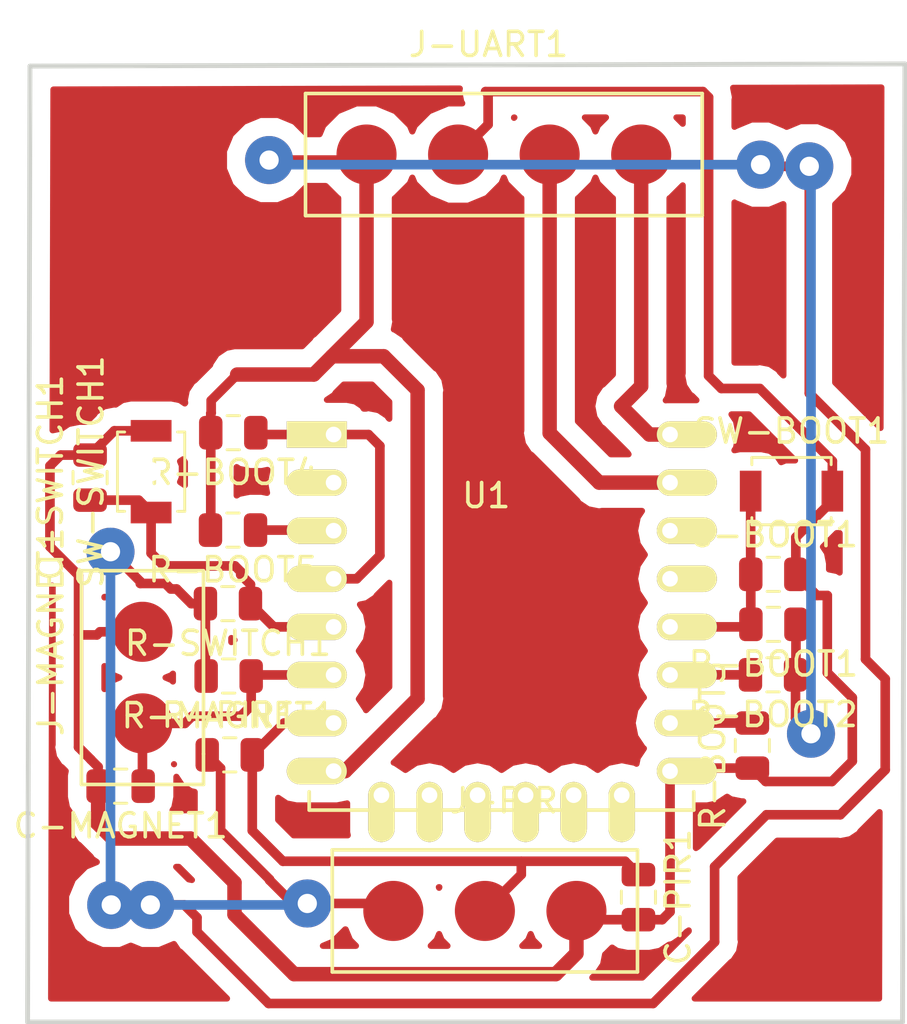
<source format=kicad_pcb>
(kicad_pcb (version 20171130) (host pcbnew 5.0.1)

  (general
    (thickness 1.6)
    (drawings 4)
    (tracks 179)
    (zones 0)
    (modules 18)
    (nets 22)
  )

  (page User 150.012 150.012)
  (title_block
    (title "Door IoT Module Main Circuit")
    (date 2019-10-29)
    (company "SafeVisionID by Wira ST MT")
  )

  (layers
    (0 F.Cu signal)
    (31 B.Cu signal)
    (32 B.Adhes user hide)
    (33 F.Adhes user hide)
    (34 B.Paste user hide)
    (35 F.Paste user hide)
    (36 B.SilkS user)
    (37 F.SilkS user)
    (38 B.Mask user hide)
    (39 F.Mask user hide)
    (40 Dwgs.User user hide)
    (41 Cmts.User user hide)
    (42 Eco1.User user hide)
    (43 Eco2.User user hide)
    (44 Edge.Cuts user)
    (45 Margin user hide)
    (46 B.CrtYd user hide)
    (47 F.CrtYd user hide)
    (48 B.Fab user)
    (49 F.Fab user)
  )

  (setup
    (last_trace_width 0.25)
    (user_trace_width 0.4)
    (user_trace_width 0.6)
    (user_trace_width 0.8)
    (user_trace_width 1.2)
    (user_trace_width 1.6)
    (user_trace_width 2)
    (trace_clearance 0.2)
    (zone_clearance 0.508)
    (zone_45_only no)
    (trace_min 0.2)
    (segment_width 0.2)
    (edge_width 0.15)
    (via_size 2)
    (via_drill 0.8)
    (via_min_size 0.4)
    (via_min_drill 0.3)
    (uvia_size 0.3)
    (uvia_drill 0.1)
    (uvias_allowed no)
    (uvia_min_size 0.2)
    (uvia_min_drill 0.1)
    (pcb_text_width 0.3)
    (pcb_text_size 1.5 1.5)
    (mod_edge_width 0.15)
    (mod_text_size 1 1)
    (mod_text_width 0.15)
    (pad_size 1.524 1.524)
    (pad_drill 0.762)
    (pad_to_mask_clearance 0.051)
    (solder_mask_min_width 0.25)
    (aux_axis_origin 0 0)
    (visible_elements FFFFEFFF)
    (pcbplotparams
      (layerselection 0x010fc_ffffffff)
      (usegerberextensions false)
      (usegerberattributes false)
      (usegerberadvancedattributes false)
      (creategerberjobfile false)
      (excludeedgelayer true)
      (linewidth 0.100000)
      (plotframeref false)
      (viasonmask false)
      (mode 1)
      (useauxorigin false)
      (hpglpennumber 1)
      (hpglpenspeed 20)
      (hpglpendiameter 15.000000)
      (psnegative false)
      (psa4output false)
      (plotreference true)
      (plotvalue true)
      (plotinvisibletext false)
      (padsonsilk false)
      (subtractmaskfromsilk false)
      (outputformat 1)
      (mirror false)
      (drillshape 1)
      (scaleselection 1)
      (outputdirectory ""))
  )

  (net 0 "")
  (net 1 /GPIO_0)
  (net 2 GND)
  (net 3 /GPIO_12)
  (net 4 VDD)
  (net 5 /GPIO_13)
  (net 6 /RX)
  (net 7 /TX)
  (net 8 "Net-(R-BOOT2-Pad2)")
  (net 9 "Net-(R-BOOT3-Pad2)")
  (net 10 /nRST)
  (net 11 "Net-(R-BOOT5-Pad1)")
  (net 12 "Net-(U1-Pad2)")
  (net 13 "Net-(U1-Pad13)")
  (net 14 "Net-(U1-Pad14)")
  (net 15 "Net-(U1-Pad17)")
  (net 16 "Net-(U1-Pad18)")
  (net 17 "Net-(U1-Pad19)")
  (net 18 "Net-(U1-Pad20)")
  (net 19 "Net-(U1-Pad21)")
  (net 20 "Net-(U1-Pad22)")
  (net 21 /GPIO_14)

  (net_class Default "This is the default net class."
    (clearance 0.2)
    (trace_width 0.25)
    (via_dia 2)
    (via_drill 0.8)
    (uvia_dia 0.3)
    (uvia_drill 0.1)
    (add_net /GPIO_0)
    (add_net /GPIO_12)
    (add_net /GPIO_13)
    (add_net /GPIO_14)
    (add_net /RX)
    (add_net /TX)
    (add_net /nRST)
    (add_net GND)
    (add_net "Net-(R-BOOT2-Pad2)")
    (add_net "Net-(R-BOOT3-Pad2)")
    (add_net "Net-(R-BOOT5-Pad1)")
    (add_net "Net-(U1-Pad13)")
    (add_net "Net-(U1-Pad14)")
    (add_net "Net-(U1-Pad17)")
    (add_net "Net-(U1-Pad18)")
    (add_net "Net-(U1-Pad19)")
    (add_net "Net-(U1-Pad2)")
    (add_net "Net-(U1-Pad20)")
    (add_net "Net-(U1-Pad21)")
    (add_net "Net-(U1-Pad22)")
    (add_net VDD)
  )

  (module Capacitor_SMD:C_0805_2012Metric (layer F.Cu) (tedit 5B36C52B) (tstamp 5DCBC530)
    (at 87.4025 58.055)
    (descr "Capacitor SMD 0805 (2012 Metric), square (rectangular) end terminal, IPC_7351 nominal, (Body size source: https://docs.google.com/spreadsheets/d/1BsfQQcO9C6DZCsRaXUlFlo91Tg2WpOkGARC1WS5S8t0/edit?usp=sharing), generated with kicad-footprint-generator")
    (tags capacitor)
    (path /5DB34DDB)
    (attr smd)
    (fp_text reference C-BOOT1 (at 0 -1.65) (layer F.SilkS)
      (effects (font (size 1 1) (thickness 0.15)))
    )
    (fp_text value C (at 0 1.65) (layer F.Fab)
      (effects (font (size 1 1) (thickness 0.15)))
    )
    (fp_line (start -1 0.6) (end -1 -0.6) (layer F.Fab) (width 0.1))
    (fp_line (start -1 -0.6) (end 1 -0.6) (layer F.Fab) (width 0.1))
    (fp_line (start 1 -0.6) (end 1 0.6) (layer F.Fab) (width 0.1))
    (fp_line (start 1 0.6) (end -1 0.6) (layer F.Fab) (width 0.1))
    (fp_line (start -0.258578 -0.71) (end 0.258578 -0.71) (layer F.SilkS) (width 0.12))
    (fp_line (start -0.258578 0.71) (end 0.258578 0.71) (layer F.SilkS) (width 0.12))
    (fp_line (start -1.68 0.95) (end -1.68 -0.95) (layer F.CrtYd) (width 0.05))
    (fp_line (start -1.68 -0.95) (end 1.68 -0.95) (layer F.CrtYd) (width 0.05))
    (fp_line (start 1.68 -0.95) (end 1.68 0.95) (layer F.CrtYd) (width 0.05))
    (fp_line (start 1.68 0.95) (end -1.68 0.95) (layer F.CrtYd) (width 0.05))
    (fp_text user %R (at 0 0) (layer F.Fab)
      (effects (font (size 0.5 0.5) (thickness 0.08)))
    )
    (pad 1 smd roundrect (at -0.9375 0) (size 0.975 1.4) (layers F.Cu F.Paste F.Mask) (roundrect_rratio 0.25)
      (net 1 /GPIO_0))
    (pad 2 smd roundrect (at 0.9375 0) (size 0.975 1.4) (layers F.Cu F.Paste F.Mask) (roundrect_rratio 0.25)
      (net 2 GND))
    (model ${KISYS3DMOD}/Capacitor_SMD.3dshapes/C_0805_2012Metric.wrl
      (at (xyz 0 0 0))
      (scale (xyz 1 1 1))
      (rotate (xyz 0 0 0))
    )
  )

  (module Capacitor_SMD:C_0805_2012Metric (layer F.Cu) (tedit 5B36C52B) (tstamp 5DCBC541)
    (at 60.2425 66.865 180)
    (descr "Capacitor SMD 0805 (2012 Metric), square (rectangular) end terminal, IPC_7351 nominal, (Body size source: https://docs.google.com/spreadsheets/d/1BsfQQcO9C6DZCsRaXUlFlo91Tg2WpOkGARC1WS5S8t0/edit?usp=sharing), generated with kicad-footprint-generator")
    (tags capacitor)
    (path /5DB45312)
    (attr smd)
    (fp_text reference C-MAGNET1 (at 0 -1.65 180) (layer F.SilkS)
      (effects (font (size 1 1) (thickness 0.15)))
    )
    (fp_text value C (at 0 1.65 180) (layer F.Fab)
      (effects (font (size 1 1) (thickness 0.15)))
    )
    (fp_line (start -1 0.6) (end -1 -0.6) (layer F.Fab) (width 0.1))
    (fp_line (start -1 -0.6) (end 1 -0.6) (layer F.Fab) (width 0.1))
    (fp_line (start 1 -0.6) (end 1 0.6) (layer F.Fab) (width 0.1))
    (fp_line (start 1 0.6) (end -1 0.6) (layer F.Fab) (width 0.1))
    (fp_line (start -0.258578 -0.71) (end 0.258578 -0.71) (layer F.SilkS) (width 0.12))
    (fp_line (start -0.258578 0.71) (end 0.258578 0.71) (layer F.SilkS) (width 0.12))
    (fp_line (start -1.68 0.95) (end -1.68 -0.95) (layer F.CrtYd) (width 0.05))
    (fp_line (start -1.68 -0.95) (end 1.68 -0.95) (layer F.CrtYd) (width 0.05))
    (fp_line (start 1.68 -0.95) (end 1.68 0.95) (layer F.CrtYd) (width 0.05))
    (fp_line (start 1.68 0.95) (end -1.68 0.95) (layer F.CrtYd) (width 0.05))
    (fp_text user %R (at 0 0 180) (layer F.Fab)
      (effects (font (size 0.5 0.5) (thickness 0.08)))
    )
    (pad 1 smd roundrect (at -0.9375 0 180) (size 0.975 1.4) (layers F.Cu F.Paste F.Mask) (roundrect_rratio 0.25)
      (net 3 /GPIO_12))
    (pad 2 smd roundrect (at 0.9375 0 180) (size 0.975 1.4) (layers F.Cu F.Paste F.Mask) (roundrect_rratio 0.25)
      (net 2 GND))
    (model ${KISYS3DMOD}/Capacitor_SMD.3dshapes/C_0805_2012Metric.wrl
      (at (xyz 0 0 0))
      (scale (xyz 1 1 1))
      (rotate (xyz 0 0 0))
    )
  )

  (module Capacitor_SMD:C_0805_2012Metric (layer F.Cu) (tedit 5B36C52B) (tstamp 5DCBC552)
    (at 81.79 71.4825 270)
    (descr "Capacitor SMD 0805 (2012 Metric), square (rectangular) end terminal, IPC_7351 nominal, (Body size source: https://docs.google.com/spreadsheets/d/1BsfQQcO9C6DZCsRaXUlFlo91Tg2WpOkGARC1WS5S8t0/edit?usp=sharing), generated with kicad-footprint-generator")
    (tags capacitor)
    (path /5DB4523C)
    (attr smd)
    (fp_text reference C-PIR1 (at 0 -1.65 270) (layer F.SilkS)
      (effects (font (size 1 1) (thickness 0.15)))
    )
    (fp_text value C (at 0 1.65 270) (layer F.Fab)
      (effects (font (size 1 1) (thickness 0.15)))
    )
    (fp_text user %R (at 0 0 270) (layer F.Fab)
      (effects (font (size 0.5 0.5) (thickness 0.08)))
    )
    (fp_line (start 1.68 0.95) (end -1.68 0.95) (layer F.CrtYd) (width 0.05))
    (fp_line (start 1.68 -0.95) (end 1.68 0.95) (layer F.CrtYd) (width 0.05))
    (fp_line (start -1.68 -0.95) (end 1.68 -0.95) (layer F.CrtYd) (width 0.05))
    (fp_line (start -1.68 0.95) (end -1.68 -0.95) (layer F.CrtYd) (width 0.05))
    (fp_line (start -0.258578 0.71) (end 0.258578 0.71) (layer F.SilkS) (width 0.12))
    (fp_line (start -0.258578 -0.71) (end 0.258578 -0.71) (layer F.SilkS) (width 0.12))
    (fp_line (start 1 0.6) (end -1 0.6) (layer F.Fab) (width 0.1))
    (fp_line (start 1 -0.6) (end 1 0.6) (layer F.Fab) (width 0.1))
    (fp_line (start -1 -0.6) (end 1 -0.6) (layer F.Fab) (width 0.1))
    (fp_line (start -1 0.6) (end -1 -0.6) (layer F.Fab) (width 0.1))
    (pad 2 smd roundrect (at 0.9375 0 270) (size 0.975 1.4) (layers F.Cu F.Paste F.Mask) (roundrect_rratio 0.25)
      (net 2 GND))
    (pad 1 smd roundrect (at -0.9375 0 270) (size 0.975 1.4) (layers F.Cu F.Paste F.Mask) (roundrect_rratio 0.25)
      (net 5 /GPIO_13))
    (model ${KISYS3DMOD}/Capacitor_SMD.3dshapes/C_0805_2012Metric.wrl
      (at (xyz 0 0 0))
      (scale (xyz 1 1 1))
      (rotate (xyz 0 0 0))
    )
  )

  (module Capacitor_SMD:C_0805_2012Metric (layer F.Cu) (tedit 5B36C52B) (tstamp 5DCBC563)
    (at 58.97 54.0325 90)
    (descr "Capacitor SMD 0805 (2012 Metric), square (rectangular) end terminal, IPC_7351 nominal, (Body size source: https://docs.google.com/spreadsheets/d/1BsfQQcO9C6DZCsRaXUlFlo91Tg2WpOkGARC1WS5S8t0/edit?usp=sharing), generated with kicad-footprint-generator")
    (tags capacitor)
    (path /5DB3959C)
    (attr smd)
    (fp_text reference C-SWITCH1 (at 0 -1.65 90) (layer F.SilkS)
      (effects (font (size 1 1) (thickness 0.15)))
    )
    (fp_text value C (at 0 1.65 90) (layer F.Fab)
      (effects (font (size 1 1) (thickness 0.15)))
    )
    (fp_text user %R (at 0 0 90) (layer F.Fab)
      (effects (font (size 0.5 0.5) (thickness 0.08)))
    )
    (fp_line (start 1.68 0.95) (end -1.68 0.95) (layer F.CrtYd) (width 0.05))
    (fp_line (start 1.68 -0.95) (end 1.68 0.95) (layer F.CrtYd) (width 0.05))
    (fp_line (start -1.68 -0.95) (end 1.68 -0.95) (layer F.CrtYd) (width 0.05))
    (fp_line (start -1.68 0.95) (end -1.68 -0.95) (layer F.CrtYd) (width 0.05))
    (fp_line (start -0.258578 0.71) (end 0.258578 0.71) (layer F.SilkS) (width 0.12))
    (fp_line (start -0.258578 -0.71) (end 0.258578 -0.71) (layer F.SilkS) (width 0.12))
    (fp_line (start 1 0.6) (end -1 0.6) (layer F.Fab) (width 0.1))
    (fp_line (start 1 -0.6) (end 1 0.6) (layer F.Fab) (width 0.1))
    (fp_line (start -1 -0.6) (end 1 -0.6) (layer F.Fab) (width 0.1))
    (fp_line (start -1 0.6) (end -1 -0.6) (layer F.Fab) (width 0.1))
    (pad 2 smd roundrect (at 0.9375 0 90) (size 0.975 1.4) (layers F.Cu F.Paste F.Mask) (roundrect_rratio 0.25)
      (net 2 GND))
    (pad 1 smd roundrect (at -0.9375 0 90) (size 0.975 1.4) (layers F.Cu F.Paste F.Mask) (roundrect_rratio 0.25)
      (net 21 /GPIO_14))
    (model ${KISYS3DMOD}/Capacitor_SMD.3dshapes/C_0805_2012Metric.wrl
      (at (xyz 0 0 0))
      (scale (xyz 1 1 1))
      (rotate (xyz 0 0 0))
    )
  )

  (module solder_pads:solderpads_1x2 (layer F.Cu) (tedit 5DB349E7) (tstamp 5DCBC56F)
    (at 56.07 61.715 90)
    (path /5DB3A58C)
    (attr smd)
    (fp_text reference J-MAGNET1 (at 1.27 1.27 90) (layer F.SilkS)
      (effects (font (size 1 1) (thickness 0.15)))
    )
    (fp_text value Conn_01x02_Male (at 0 0 90) (layer F.Fab)
      (effects (font (size 1 1) (thickness 0.15)))
    )
    (fp_line (start -3.81 2.54) (end 3.81 2.54) (layer F.SilkS) (width 0.15))
    (fp_line (start 3.81 2.54) (end 3.81 7.62) (layer F.SilkS) (width 0.15))
    (fp_line (start 3.81 7.62) (end -3.81 7.62) (layer F.SilkS) (width 0.15))
    (fp_line (start -3.81 7.62) (end -5.08 7.62) (layer F.SilkS) (width 0.15))
    (fp_line (start -5.08 7.62) (end -5.08 2.54) (layer F.SilkS) (width 0.15))
    (fp_line (start -5.08 2.54) (end -3.81 2.54) (layer F.SilkS) (width 0.15))
    (pad 1 smd circle (at -2.54 5.08 90) (size 2.5 2.5) (layers F.Cu F.Paste F.Mask)
      (net 3 /GPIO_12))
    (pad 2 smd circle (at 1.27 5.08 90) (size 2.5 2.5) (layers F.Cu F.Paste F.Mask)
      (net 2 GND))
  )

  (module solder_pads:solderpads_1x3 (layer F.Cu) (tedit 5DB34A38) (tstamp 5DCBC57B)
    (at 76.67 66.975)
    (path /5DB3E48F)
    (fp_text reference J-PIR1 (at 0 0.5) (layer F.SilkS)
      (effects (font (size 1 1) (thickness 0.15)))
    )
    (fp_text value Conn_01x03_Male (at 0 -0.5) (layer F.Fab)
      (effects (font (size 1 1) (thickness 0.15)))
    )
    (fp_line (start -6.35 2.54) (end 5.08 2.54) (layer F.SilkS) (width 0.15))
    (fp_line (start 5.08 2.54) (end 5.08 7.62) (layer F.SilkS) (width 0.15))
    (fp_line (start 5.08 7.62) (end -7.62 7.62) (layer F.SilkS) (width 0.15))
    (fp_line (start -7.62 7.62) (end -7.62 2.54) (layer F.SilkS) (width 0.15))
    (fp_line (start -7.62 2.54) (end -6.35 2.54) (layer F.SilkS) (width 0.15))
    (pad 1 smd circle (at -5.08 5.08) (size 2.5 2.5) (layers F.Cu F.Paste F.Mask)
      (net 4 VDD))
    (pad 2 smd circle (at -1.27 5.08) (size 2.5 2.5) (layers F.Cu F.Paste F.Mask)
      (net 5 /GPIO_13))
    (pad 3 smd circle (at 2.54 5.08) (size 2.5 2.5) (layers F.Cu F.Paste F.Mask)
      (net 2 GND))
  )

  (module solder_pads:solderpads_1x4 (layer F.Cu) (tedit 5DB34A6B) (tstamp 5DCBC587)
    (at 75.555 35.515)
    (path /5DB364CA)
    (fp_text reference J-UART1 (at 0 0.5) (layer F.SilkS)
      (effects (font (size 1 1) (thickness 0.15)))
    )
    (fp_text value Conn_01x04_Male (at 0 -0.5) (layer F.Fab)
      (effects (font (size 1 1) (thickness 0.15)))
    )
    (fp_line (start -7.62 2.54) (end 8.89 2.54) (layer F.SilkS) (width 0.15))
    (fp_line (start 8.89 2.54) (end 8.89 7.62) (layer F.SilkS) (width 0.15))
    (fp_line (start 8.89 7.62) (end -7.62 7.62) (layer F.SilkS) (width 0.15))
    (fp_line (start -7.62 7.62) (end -7.62 2.54) (layer F.SilkS) (width 0.15))
    (pad 1 smd circle (at -5.08 5.08) (size 2.5 2.5) (layers F.Cu F.Paste F.Mask)
      (net 4 VDD))
    (pad 2 smd circle (at -1.27 5.08) (size 2.5 2.5) (layers F.Cu F.Paste F.Mask)
      (net 2 GND))
    (pad 3 smd circle (at 2.54 5.08) (size 2.5 2.5) (layers F.Cu F.Paste F.Mask)
      (net 6 /RX))
    (pad 4 smd circle (at 6.35 5.08) (size 2.5 2.5) (layers F.Cu F.Paste F.Mask)
      (net 7 /TX))
  )

  (module Resistor_SMD:R_0805_2012Metric (layer F.Cu) (tedit 5B36C52B) (tstamp 5DCBC598)
    (at 87.4075 60.135 180)
    (descr "Resistor SMD 0805 (2012 Metric), square (rectangular) end terminal, IPC_7351 nominal, (Body size source: https://docs.google.com/spreadsheets/d/1BsfQQcO9C6DZCsRaXUlFlo91Tg2WpOkGARC1WS5S8t0/edit?usp=sharing), generated with kicad-footprint-generator")
    (tags resistor)
    (path /5DB331A4)
    (attr smd)
    (fp_text reference R-BOOT1 (at 0 -1.65 180) (layer F.SilkS)
      (effects (font (size 1 1) (thickness 0.15)))
    )
    (fp_text value 10K (at 0 1.65 180) (layer F.Fab)
      (effects (font (size 1 1) (thickness 0.15)))
    )
    (fp_line (start -1 0.6) (end -1 -0.6) (layer F.Fab) (width 0.1))
    (fp_line (start -1 -0.6) (end 1 -0.6) (layer F.Fab) (width 0.1))
    (fp_line (start 1 -0.6) (end 1 0.6) (layer F.Fab) (width 0.1))
    (fp_line (start 1 0.6) (end -1 0.6) (layer F.Fab) (width 0.1))
    (fp_line (start -0.258578 -0.71) (end 0.258578 -0.71) (layer F.SilkS) (width 0.12))
    (fp_line (start -0.258578 0.71) (end 0.258578 0.71) (layer F.SilkS) (width 0.12))
    (fp_line (start -1.68 0.95) (end -1.68 -0.95) (layer F.CrtYd) (width 0.05))
    (fp_line (start -1.68 -0.95) (end 1.68 -0.95) (layer F.CrtYd) (width 0.05))
    (fp_line (start 1.68 -0.95) (end 1.68 0.95) (layer F.CrtYd) (width 0.05))
    (fp_line (start 1.68 0.95) (end -1.68 0.95) (layer F.CrtYd) (width 0.05))
    (fp_text user %R (at 0 0 180) (layer F.Fab)
      (effects (font (size 0.5 0.5) (thickness 0.08)))
    )
    (pad 1 smd roundrect (at -0.9375 0 180) (size 0.975 1.4) (layers F.Cu F.Paste F.Mask) (roundrect_rratio 0.25)
      (net 4 VDD))
    (pad 2 smd roundrect (at 0.9375 0 180) (size 0.975 1.4) (layers F.Cu F.Paste F.Mask) (roundrect_rratio 0.25)
      (net 1 /GPIO_0))
    (model ${KISYS3DMOD}/Resistor_SMD.3dshapes/R_0805_2012Metric.wrl
      (at (xyz 0 0 0))
      (scale (xyz 1 1 1))
      (rotate (xyz 0 0 0))
    )
  )

  (module Resistor_SMD:R_0805_2012Metric (layer F.Cu) (tedit 5B36C52B) (tstamp 5DCBC5A9)
    (at 87.39 62.235 180)
    (descr "Resistor SMD 0805 (2012 Metric), square (rectangular) end terminal, IPC_7351 nominal, (Body size source: https://docs.google.com/spreadsheets/d/1BsfQQcO9C6DZCsRaXUlFlo91Tg2WpOkGARC1WS5S8t0/edit?usp=sharing), generated with kicad-footprint-generator")
    (tags resistor)
    (path /5DB33101)
    (attr smd)
    (fp_text reference R-BOOT2 (at 0 -1.65 180) (layer F.SilkS)
      (effects (font (size 1 1) (thickness 0.15)))
    )
    (fp_text value 10K (at 0 1.65 180) (layer F.Fab)
      (effects (font (size 1 1) (thickness 0.15)))
    )
    (fp_text user %R (at 0 0 180) (layer F.Fab)
      (effects (font (size 0.5 0.5) (thickness 0.08)))
    )
    (fp_line (start 1.68 0.95) (end -1.68 0.95) (layer F.CrtYd) (width 0.05))
    (fp_line (start 1.68 -0.95) (end 1.68 0.95) (layer F.CrtYd) (width 0.05))
    (fp_line (start -1.68 -0.95) (end 1.68 -0.95) (layer F.CrtYd) (width 0.05))
    (fp_line (start -1.68 0.95) (end -1.68 -0.95) (layer F.CrtYd) (width 0.05))
    (fp_line (start -0.258578 0.71) (end 0.258578 0.71) (layer F.SilkS) (width 0.12))
    (fp_line (start -0.258578 -0.71) (end 0.258578 -0.71) (layer F.SilkS) (width 0.12))
    (fp_line (start 1 0.6) (end -1 0.6) (layer F.Fab) (width 0.1))
    (fp_line (start 1 -0.6) (end 1 0.6) (layer F.Fab) (width 0.1))
    (fp_line (start -1 -0.6) (end 1 -0.6) (layer F.Fab) (width 0.1))
    (fp_line (start -1 0.6) (end -1 -0.6) (layer F.Fab) (width 0.1))
    (pad 2 smd roundrect (at 0.9375 0 180) (size 0.975 1.4) (layers F.Cu F.Paste F.Mask) (roundrect_rratio 0.25)
      (net 8 "Net-(R-BOOT2-Pad2)"))
    (pad 1 smd roundrect (at -0.9375 0 180) (size 0.975 1.4) (layers F.Cu F.Paste F.Mask) (roundrect_rratio 0.25)
      (net 4 VDD))
    (model ${KISYS3DMOD}/Resistor_SMD.3dshapes/R_0805_2012Metric.wrl
      (at (xyz 0 0 0))
      (scale (xyz 1 1 1))
      (rotate (xyz 0 0 0))
    )
  )

  (module Resistor_SMD:R_0805_2012Metric (layer F.Cu) (tedit 5B36C52B) (tstamp 5DCBC5BA)
    (at 86.53 65.1775 90)
    (descr "Resistor SMD 0805 (2012 Metric), square (rectangular) end terminal, IPC_7351 nominal, (Body size source: https://docs.google.com/spreadsheets/d/1BsfQQcO9C6DZCsRaXUlFlo91Tg2WpOkGARC1WS5S8t0/edit?usp=sharing), generated with kicad-footprint-generator")
    (tags resistor)
    (path /5DB32DE7)
    (attr smd)
    (fp_text reference R-BOOT3 (at 0 -1.65 90) (layer F.SilkS)
      (effects (font (size 1 1) (thickness 0.15)))
    )
    (fp_text value 10K (at 0 1.65 90) (layer F.Fab)
      (effects (font (size 1 1) (thickness 0.15)))
    )
    (fp_line (start -1 0.6) (end -1 -0.6) (layer F.Fab) (width 0.1))
    (fp_line (start -1 -0.6) (end 1 -0.6) (layer F.Fab) (width 0.1))
    (fp_line (start 1 -0.6) (end 1 0.6) (layer F.Fab) (width 0.1))
    (fp_line (start 1 0.6) (end -1 0.6) (layer F.Fab) (width 0.1))
    (fp_line (start -0.258578 -0.71) (end 0.258578 -0.71) (layer F.SilkS) (width 0.12))
    (fp_line (start -0.258578 0.71) (end 0.258578 0.71) (layer F.SilkS) (width 0.12))
    (fp_line (start -1.68 0.95) (end -1.68 -0.95) (layer F.CrtYd) (width 0.05))
    (fp_line (start -1.68 -0.95) (end 1.68 -0.95) (layer F.CrtYd) (width 0.05))
    (fp_line (start 1.68 -0.95) (end 1.68 0.95) (layer F.CrtYd) (width 0.05))
    (fp_line (start 1.68 0.95) (end -1.68 0.95) (layer F.CrtYd) (width 0.05))
    (fp_text user %R (at 0 0 90) (layer F.Fab)
      (effects (font (size 0.5 0.5) (thickness 0.08)))
    )
    (pad 1 smd roundrect (at -0.9375 0 90) (size 0.975 1.4) (layers F.Cu F.Paste F.Mask) (roundrect_rratio 0.25)
      (net 2 GND))
    (pad 2 smd roundrect (at 0.9375 0 90) (size 0.975 1.4) (layers F.Cu F.Paste F.Mask) (roundrect_rratio 0.25)
      (net 9 "Net-(R-BOOT3-Pad2)"))
    (model ${KISYS3DMOD}/Resistor_SMD.3dshapes/R_0805_2012Metric.wrl
      (at (xyz 0 0 0))
      (scale (xyz 1 1 1))
      (rotate (xyz 0 0 0))
    )
  )

  (module Resistor_SMD:R_0805_2012Metric (layer F.Cu) (tedit 5B36C52B) (tstamp 5DCBC5CB)
    (at 64.93 52.165 180)
    (descr "Resistor SMD 0805 (2012 Metric), square (rectangular) end terminal, IPC_7351 nominal, (Body size source: https://docs.google.com/spreadsheets/d/1BsfQQcO9C6DZCsRaXUlFlo91Tg2WpOkGARC1WS5S8t0/edit?usp=sharing), generated with kicad-footprint-generator")
    (tags resistor)
    (path /5DB33B3B)
    (attr smd)
    (fp_text reference R-BOOT4 (at 0 -1.65 180) (layer F.SilkS)
      (effects (font (size 1 1) (thickness 0.15)))
    )
    (fp_text value 10K (at 0 1.65 180) (layer F.Fab)
      (effects (font (size 1 1) (thickness 0.15)))
    )
    (fp_line (start -1 0.6) (end -1 -0.6) (layer F.Fab) (width 0.1))
    (fp_line (start -1 -0.6) (end 1 -0.6) (layer F.Fab) (width 0.1))
    (fp_line (start 1 -0.6) (end 1 0.6) (layer F.Fab) (width 0.1))
    (fp_line (start 1 0.6) (end -1 0.6) (layer F.Fab) (width 0.1))
    (fp_line (start -0.258578 -0.71) (end 0.258578 -0.71) (layer F.SilkS) (width 0.12))
    (fp_line (start -0.258578 0.71) (end 0.258578 0.71) (layer F.SilkS) (width 0.12))
    (fp_line (start -1.68 0.95) (end -1.68 -0.95) (layer F.CrtYd) (width 0.05))
    (fp_line (start -1.68 -0.95) (end 1.68 -0.95) (layer F.CrtYd) (width 0.05))
    (fp_line (start 1.68 -0.95) (end 1.68 0.95) (layer F.CrtYd) (width 0.05))
    (fp_line (start 1.68 0.95) (end -1.68 0.95) (layer F.CrtYd) (width 0.05))
    (fp_text user %R (at 0 0 180) (layer F.Fab)
      (effects (font (size 0.5 0.5) (thickness 0.08)))
    )
    (pad 1 smd roundrect (at -0.9375 0 180) (size 0.975 1.4) (layers F.Cu F.Paste F.Mask) (roundrect_rratio 0.25)
      (net 10 /nRST))
    (pad 2 smd roundrect (at 0.9375 0 180) (size 0.975 1.4) (layers F.Cu F.Paste F.Mask) (roundrect_rratio 0.25)
      (net 4 VDD))
    (model ${KISYS3DMOD}/Resistor_SMD.3dshapes/R_0805_2012Metric.wrl
      (at (xyz 0 0 0))
      (scale (xyz 1 1 1))
      (rotate (xyz 0 0 0))
    )
  )

  (module Resistor_SMD:R_0805_2012Metric (layer F.Cu) (tedit 5B36C52B) (tstamp 5DCBC5DC)
    (at 64.9175 56.215 180)
    (descr "Resistor SMD 0805 (2012 Metric), square (rectangular) end terminal, IPC_7351 nominal, (Body size source: https://docs.google.com/spreadsheets/d/1BsfQQcO9C6DZCsRaXUlFlo91Tg2WpOkGARC1WS5S8t0/edit?usp=sharing), generated with kicad-footprint-generator")
    (tags resistor)
    (path /5DB33752)
    (attr smd)
    (fp_text reference R-BOOT5 (at 0 -1.65 180) (layer F.SilkS)
      (effects (font (size 1 1) (thickness 0.15)))
    )
    (fp_text value 10K (at 0 1.65 180) (layer F.Fab)
      (effects (font (size 1 1) (thickness 0.15)))
    )
    (fp_text user %R (at 0 0 180) (layer F.Fab)
      (effects (font (size 0.5 0.5) (thickness 0.08)))
    )
    (fp_line (start 1.68 0.95) (end -1.68 0.95) (layer F.CrtYd) (width 0.05))
    (fp_line (start 1.68 -0.95) (end 1.68 0.95) (layer F.CrtYd) (width 0.05))
    (fp_line (start -1.68 -0.95) (end 1.68 -0.95) (layer F.CrtYd) (width 0.05))
    (fp_line (start -1.68 0.95) (end -1.68 -0.95) (layer F.CrtYd) (width 0.05))
    (fp_line (start -0.258578 0.71) (end 0.258578 0.71) (layer F.SilkS) (width 0.12))
    (fp_line (start -0.258578 -0.71) (end 0.258578 -0.71) (layer F.SilkS) (width 0.12))
    (fp_line (start 1 0.6) (end -1 0.6) (layer F.Fab) (width 0.1))
    (fp_line (start 1 -0.6) (end 1 0.6) (layer F.Fab) (width 0.1))
    (fp_line (start -1 -0.6) (end 1 -0.6) (layer F.Fab) (width 0.1))
    (fp_line (start -1 0.6) (end -1 -0.6) (layer F.Fab) (width 0.1))
    (pad 2 smd roundrect (at 0.9375 0 180) (size 0.975 1.4) (layers F.Cu F.Paste F.Mask) (roundrect_rratio 0.25)
      (net 4 VDD))
    (pad 1 smd roundrect (at -0.9375 0 180) (size 0.975 1.4) (layers F.Cu F.Paste F.Mask) (roundrect_rratio 0.25)
      (net 11 "Net-(R-BOOT5-Pad1)"))
    (model ${KISYS3DMOD}/Resistor_SMD.3dshapes/R_0805_2012Metric.wrl
      (at (xyz 0 0 0))
      (scale (xyz 1 1 1))
      (rotate (xyz 0 0 0))
    )
  )

  (module Resistor_SMD:R_0805_2012Metric (layer F.Cu) (tedit 5B36C52B) (tstamp 5DCBC5ED)
    (at 64.7375 62.285 180)
    (descr "Resistor SMD 0805 (2012 Metric), square (rectangular) end terminal, IPC_7351 nominal, (Body size source: https://docs.google.com/spreadsheets/d/1BsfQQcO9C6DZCsRaXUlFlo91Tg2WpOkGARC1WS5S8t0/edit?usp=sharing), generated with kicad-footprint-generator")
    (tags resistor)
    (path /5DB3C04C)
    (attr smd)
    (fp_text reference R-MAGNET1 (at 0 -1.65 180) (layer F.SilkS)
      (effects (font (size 1 1) (thickness 0.15)))
    )
    (fp_text value 10K (at 0 1.65 180) (layer F.Fab)
      (effects (font (size 1 1) (thickness 0.15)))
    )
    (fp_text user %R (at 0 0 180) (layer F.Fab)
      (effects (font (size 0.5 0.5) (thickness 0.08)))
    )
    (fp_line (start 1.68 0.95) (end -1.68 0.95) (layer F.CrtYd) (width 0.05))
    (fp_line (start 1.68 -0.95) (end 1.68 0.95) (layer F.CrtYd) (width 0.05))
    (fp_line (start -1.68 -0.95) (end 1.68 -0.95) (layer F.CrtYd) (width 0.05))
    (fp_line (start -1.68 0.95) (end -1.68 -0.95) (layer F.CrtYd) (width 0.05))
    (fp_line (start -0.258578 0.71) (end 0.258578 0.71) (layer F.SilkS) (width 0.12))
    (fp_line (start -0.258578 -0.71) (end 0.258578 -0.71) (layer F.SilkS) (width 0.12))
    (fp_line (start 1 0.6) (end -1 0.6) (layer F.Fab) (width 0.1))
    (fp_line (start 1 -0.6) (end 1 0.6) (layer F.Fab) (width 0.1))
    (fp_line (start -1 -0.6) (end 1 -0.6) (layer F.Fab) (width 0.1))
    (fp_line (start -1 0.6) (end -1 -0.6) (layer F.Fab) (width 0.1))
    (pad 2 smd roundrect (at 0.9375 0 180) (size 0.975 1.4) (layers F.Cu F.Paste F.Mask) (roundrect_rratio 0.25)
      (net 4 VDD))
    (pad 1 smd roundrect (at -0.9375 0 180) (size 0.975 1.4) (layers F.Cu F.Paste F.Mask) (roundrect_rratio 0.25)
      (net 3 /GPIO_12))
    (model ${KISYS3DMOD}/Resistor_SMD.3dshapes/R_0805_2012Metric.wrl
      (at (xyz 0 0 0))
      (scale (xyz 1 1 1))
      (rotate (xyz 0 0 0))
    )
  )

  (module Resistor_SMD:R_0805_2012Metric (layer F.Cu) (tedit 5B36C52B) (tstamp 5DCBC5FE)
    (at 64.7825 65.565)
    (descr "Resistor SMD 0805 (2012 Metric), square (rectangular) end terminal, IPC_7351 nominal, (Body size source: https://docs.google.com/spreadsheets/d/1BsfQQcO9C6DZCsRaXUlFlo91Tg2WpOkGARC1WS5S8t0/edit?usp=sharing), generated with kicad-footprint-generator")
    (tags resistor)
    (path /5DB40212)
    (attr smd)
    (fp_text reference R-PIR1 (at 0 -1.65) (layer F.SilkS)
      (effects (font (size 1 1) (thickness 0.15)))
    )
    (fp_text value 10K (at 0 1.65) (layer F.Fab)
      (effects (font (size 1 1) (thickness 0.15)))
    )
    (fp_line (start -1 0.6) (end -1 -0.6) (layer F.Fab) (width 0.1))
    (fp_line (start -1 -0.6) (end 1 -0.6) (layer F.Fab) (width 0.1))
    (fp_line (start 1 -0.6) (end 1 0.6) (layer F.Fab) (width 0.1))
    (fp_line (start 1 0.6) (end -1 0.6) (layer F.Fab) (width 0.1))
    (fp_line (start -0.258578 -0.71) (end 0.258578 -0.71) (layer F.SilkS) (width 0.12))
    (fp_line (start -0.258578 0.71) (end 0.258578 0.71) (layer F.SilkS) (width 0.12))
    (fp_line (start -1.68 0.95) (end -1.68 -0.95) (layer F.CrtYd) (width 0.05))
    (fp_line (start -1.68 -0.95) (end 1.68 -0.95) (layer F.CrtYd) (width 0.05))
    (fp_line (start 1.68 -0.95) (end 1.68 0.95) (layer F.CrtYd) (width 0.05))
    (fp_line (start 1.68 0.95) (end -1.68 0.95) (layer F.CrtYd) (width 0.05))
    (fp_text user %R (at 0 0) (layer F.Fab)
      (effects (font (size 0.5 0.5) (thickness 0.08)))
    )
    (pad 1 smd roundrect (at -0.9375 0) (size 0.975 1.4) (layers F.Cu F.Paste F.Mask) (roundrect_rratio 0.25)
      (net 4 VDD))
    (pad 2 smd roundrect (at 0.9375 0) (size 0.975 1.4) (layers F.Cu F.Paste F.Mask) (roundrect_rratio 0.25)
      (net 5 /GPIO_13))
    (model ${KISYS3DMOD}/Resistor_SMD.3dshapes/R_0805_2012Metric.wrl
      (at (xyz 0 0 0))
      (scale (xyz 1 1 1))
      (rotate (xyz 0 0 0))
    )
  )

  (module Resistor_SMD:R_0805_2012Metric (layer F.Cu) (tedit 5B36C52B) (tstamp 5DCBC60F)
    (at 64.7075 59.275 180)
    (descr "Resistor SMD 0805 (2012 Metric), square (rectangular) end terminal, IPC_7351 nominal, (Body size source: https://docs.google.com/spreadsheets/d/1BsfQQcO9C6DZCsRaXUlFlo91Tg2WpOkGARC1WS5S8t0/edit?usp=sharing), generated with kicad-footprint-generator")
    (tags resistor)
    (path /5DB36EB9)
    (attr smd)
    (fp_text reference R-SWITCH1 (at 0 -1.65 180) (layer F.SilkS)
      (effects (font (size 1 1) (thickness 0.15)))
    )
    (fp_text value 10K (at 0 1.65 180) (layer F.Fab)
      (effects (font (size 1 1) (thickness 0.15)))
    )
    (fp_text user %R (at 0 0 180) (layer F.Fab)
      (effects (font (size 0.5 0.5) (thickness 0.08)))
    )
    (fp_line (start 1.68 0.95) (end -1.68 0.95) (layer F.CrtYd) (width 0.05))
    (fp_line (start 1.68 -0.95) (end 1.68 0.95) (layer F.CrtYd) (width 0.05))
    (fp_line (start -1.68 -0.95) (end 1.68 -0.95) (layer F.CrtYd) (width 0.05))
    (fp_line (start -1.68 0.95) (end -1.68 -0.95) (layer F.CrtYd) (width 0.05))
    (fp_line (start -0.258578 0.71) (end 0.258578 0.71) (layer F.SilkS) (width 0.12))
    (fp_line (start -0.258578 -0.71) (end 0.258578 -0.71) (layer F.SilkS) (width 0.12))
    (fp_line (start 1 0.6) (end -1 0.6) (layer F.Fab) (width 0.1))
    (fp_line (start 1 -0.6) (end 1 0.6) (layer F.Fab) (width 0.1))
    (fp_line (start -1 -0.6) (end 1 -0.6) (layer F.Fab) (width 0.1))
    (fp_line (start -1 0.6) (end -1 -0.6) (layer F.Fab) (width 0.1))
    (pad 2 smd roundrect (at 0.9375 0 180) (size 0.975 1.4) (layers F.Cu F.Paste F.Mask) (roundrect_rratio 0.25)
      (net 4 VDD))
    (pad 1 smd roundrect (at -0.9375 0 180) (size 0.975 1.4) (layers F.Cu F.Paste F.Mask) (roundrect_rratio 0.25)
      (net 21 /GPIO_14))
    (model ${KISYS3DMOD}/Resistor_SMD.3dshapes/R_0805_2012Metric.wrl
      (at (xyz 0 0 0))
      (scale (xyz 1 1 1))
      (rotate (xyz 0 0 0))
    )
  )

  (module Button_Switch_SMD:SW_SPST_B3U-1000P-B (layer F.Cu) (tedit 5A02FC95) (tstamp 5DCBC626)
    (at 88.16 54.595)
    (descr "Ultra-small-sized Tactile Switch with High Contact Reliability, Top-actuated Model, without Ground Terminal, with Boss")
    (tags "Tactile Switch")
    (path /5DB345A2)
    (attr smd)
    (fp_text reference SW-BOOT1 (at 0 -2.5) (layer F.SilkS)
      (effects (font (size 1 1) (thickness 0.15)))
    )
    (fp_text value SW_Push (at 0 2.5) (layer F.Fab)
      (effects (font (size 1 1) (thickness 0.15)))
    )
    (fp_text user %R (at 0 -2.5) (layer F.Fab)
      (effects (font (size 1 1) (thickness 0.15)))
    )
    (fp_line (start -2.4 1.65) (end 2.4 1.65) (layer F.CrtYd) (width 0.05))
    (fp_line (start 2.4 1.65) (end 2.4 -1.65) (layer F.CrtYd) (width 0.05))
    (fp_line (start 2.4 -1.65) (end -2.4 -1.65) (layer F.CrtYd) (width 0.05))
    (fp_line (start -2.4 -1.65) (end -2.4 1.65) (layer F.CrtYd) (width 0.05))
    (fp_line (start -1.65 1.1) (end -1.65 1.4) (layer F.SilkS) (width 0.12))
    (fp_line (start -1.65 1.4) (end 1.65 1.4) (layer F.SilkS) (width 0.12))
    (fp_line (start 1.65 1.4) (end 1.65 1.1) (layer F.SilkS) (width 0.12))
    (fp_line (start -1.65 -1.1) (end -1.65 -1.4) (layer F.SilkS) (width 0.12))
    (fp_line (start -1.65 -1.4) (end 1.65 -1.4) (layer F.SilkS) (width 0.12))
    (fp_line (start 1.65 -1.4) (end 1.65 -1.1) (layer F.SilkS) (width 0.12))
    (fp_line (start -1.5 -1.25) (end 1.5 -1.25) (layer F.Fab) (width 0.1))
    (fp_line (start 1.5 -1.25) (end 1.5 1.25) (layer F.Fab) (width 0.1))
    (fp_line (start 1.5 1.25) (end -1.5 1.25) (layer F.Fab) (width 0.1))
    (fp_line (start -1.5 1.25) (end -1.5 -1.25) (layer F.Fab) (width 0.1))
    (fp_circle (center 0 0) (end 0.75 0) (layer F.Fab) (width 0.1))
    (pad 1 smd rect (at -1.7 0) (size 0.9 1.7) (layers F.Cu F.Paste F.Mask)
      (net 1 /GPIO_0))
    (pad 2 smd rect (at 1.7 0) (size 0.9 1.7) (layers F.Cu F.Paste F.Mask)
      (net 2 GND))
    (pad "" np_thru_hole circle (at 0 0) (size 0.8 0.8) (drill 0.8) (layers *.Cu *.Mask))
    (model ${KISYS3DMOD}/Button_Switch_SMD.3dshapes/SW_SPST_B3U-1000P-B.wrl
      (at (xyz 0 0 0))
      (scale (xyz 1 1 1))
      (rotate (xyz 0 0 0))
    )
  )

  (module Button_Switch_SMD:SW_SPST_B3U-1000P-B (layer F.Cu) (tedit 5A02FC95) (tstamp 5DCBC63D)
    (at 61.51 53.785 90)
    (descr "Ultra-small-sized Tactile Switch with High Contact Reliability, Top-actuated Model, without Ground Terminal, with Boss")
    (tags "Tactile Switch")
    (path /5DB3958C)
    (attr smd)
    (fp_text reference SW-SWITCH1 (at 0 -2.5 90) (layer F.SilkS)
      (effects (font (size 1 1) (thickness 0.15)))
    )
    (fp_text value SW_Push (at 0 2.5 90) (layer F.Fab)
      (effects (font (size 1 1) (thickness 0.15)))
    )
    (fp_circle (center 0 0) (end 0.75 0) (layer F.Fab) (width 0.1))
    (fp_line (start -1.5 1.25) (end -1.5 -1.25) (layer F.Fab) (width 0.1))
    (fp_line (start 1.5 1.25) (end -1.5 1.25) (layer F.Fab) (width 0.1))
    (fp_line (start 1.5 -1.25) (end 1.5 1.25) (layer F.Fab) (width 0.1))
    (fp_line (start -1.5 -1.25) (end 1.5 -1.25) (layer F.Fab) (width 0.1))
    (fp_line (start 1.65 -1.4) (end 1.65 -1.1) (layer F.SilkS) (width 0.12))
    (fp_line (start -1.65 -1.4) (end 1.65 -1.4) (layer F.SilkS) (width 0.12))
    (fp_line (start -1.65 -1.1) (end -1.65 -1.4) (layer F.SilkS) (width 0.12))
    (fp_line (start 1.65 1.4) (end 1.65 1.1) (layer F.SilkS) (width 0.12))
    (fp_line (start -1.65 1.4) (end 1.65 1.4) (layer F.SilkS) (width 0.12))
    (fp_line (start -1.65 1.1) (end -1.65 1.4) (layer F.SilkS) (width 0.12))
    (fp_line (start -2.4 -1.65) (end -2.4 1.65) (layer F.CrtYd) (width 0.05))
    (fp_line (start 2.4 -1.65) (end -2.4 -1.65) (layer F.CrtYd) (width 0.05))
    (fp_line (start 2.4 1.65) (end 2.4 -1.65) (layer F.CrtYd) (width 0.05))
    (fp_line (start -2.4 1.65) (end 2.4 1.65) (layer F.CrtYd) (width 0.05))
    (fp_text user %R (at 0 -2.5 90) (layer F.Fab)
      (effects (font (size 1 1) (thickness 0.15)))
    )
    (pad "" np_thru_hole circle (at 0 0 90) (size 0.8 0.8) (drill 0.8) (layers *.Cu *.Mask))
    (pad 2 smd rect (at 1.7 0 90) (size 0.9 1.7) (layers F.Cu F.Paste F.Mask)
      (net 2 GND))
    (pad 1 smd rect (at -1.7 0 90) (size 0.9 1.7) (layers F.Cu F.Paste F.Mask)
      (net 21 /GPIO_14))
    (model ${KISYS3DMOD}/Button_Switch_SMD.3dshapes/SW_SPST_B3U-1000P-B.wrl
      (at (xyz 0 0 0))
      (scale (xyz 1 1 1))
      (rotate (xyz 0 0 0))
    )
  )

  (module ESP8266:ESP-12E (layer F.Cu) (tedit 58B47889) (tstamp 5DCBC66B)
    (at 69.105 52.24)
    (descr "Module, ESP-8266, ESP-12, 16 pad, SMD")
    (tags "Module ESP-8266 ESP8266")
    (path /5DB32045)
    (fp_text reference U1 (at 6.35 2.54) (layer F.SilkS)
      (effects (font (size 1 1) (thickness 0.15)))
    )
    (fp_text value ESP-12E (at 6.35 6.35) (layer F.Fab) hide
      (effects (font (size 1 1) (thickness 0.15)))
    )
    (fp_line (start -2.25 -0.5) (end -2.25 -8.75) (layer F.CrtYd) (width 0.05))
    (fp_line (start -2.25 -8.75) (end 15.25 -8.75) (layer F.CrtYd) (width 0.05))
    (fp_line (start 15.25 -8.75) (end 16.25 -8.75) (layer F.CrtYd) (width 0.05))
    (fp_line (start 16.25 -8.75) (end 16.25 16) (layer F.CrtYd) (width 0.05))
    (fp_line (start 16.25 16) (end -2.25 16) (layer F.CrtYd) (width 0.05))
    (fp_line (start -2.25 16) (end -2.25 -0.5) (layer F.CrtYd) (width 0.05))
    (fp_line (start -1.016 -8.382) (end 14.986 -8.382) (layer F.CrtYd) (width 0.1524))
    (fp_line (start 14.986 -8.382) (end 14.986 -0.889) (layer F.CrtYd) (width 0.1524))
    (fp_line (start -1.016 -8.382) (end -1.016 -1.016) (layer F.CrtYd) (width 0.1524))
    (fp_line (start -1.016 14.859) (end -1.016 15.621) (layer F.SilkS) (width 0.1524))
    (fp_line (start -1.016 15.621) (end 14.986 15.621) (layer F.SilkS) (width 0.1524))
    (fp_line (start 14.986 15.621) (end 14.986 14.859) (layer F.SilkS) (width 0.1524))
    (fp_line (start 14.992 -8.4) (end -1.008 -2.6) (layer F.CrtYd) (width 0.1524))
    (fp_line (start -1.008 -8.4) (end 14.992 -2.6) (layer F.CrtYd) (width 0.1524))
    (fp_text user "No Copper" (at 6.892 -5.4) (layer F.CrtYd)
      (effects (font (size 1 1) (thickness 0.15)))
    )
    (fp_line (start -1.008 -2.6) (end 14.992 -2.6) (layer F.CrtYd) (width 0.1524))
    (fp_line (start 15 -8.4) (end 15 15.6) (layer F.Fab) (width 0.05))
    (fp_line (start 14.992 15.6) (end -1.008 15.6) (layer F.Fab) (width 0.05))
    (fp_line (start -1.008 15.6) (end -1.008 -8.4) (layer F.Fab) (width 0.05))
    (fp_line (start -1.008 -8.4) (end 14.992 -8.4) (layer F.Fab) (width 0.05))
    (pad 1 thru_hole rect (at 0 0) (size 2.5 1.1) (drill 0.65 (offset -0.7 0)) (layers *.Cu *.Mask F.SilkS)
      (net 10 /nRST))
    (pad 2 thru_hole oval (at 0 2) (size 2.5 1.1) (drill 0.65 (offset -0.7 0)) (layers *.Cu *.Mask F.SilkS)
      (net 12 "Net-(U1-Pad2)"))
    (pad 3 thru_hole oval (at 0 4) (size 2.5 1.1) (drill 0.65 (offset -0.7 0)) (layers *.Cu *.Mask F.SilkS)
      (net 11 "Net-(R-BOOT5-Pad1)"))
    (pad 4 thru_hole oval (at 0 6) (size 2.5 1.1) (drill 0.65 (offset -0.7 0)) (layers *.Cu *.Mask F.SilkS)
      (net 10 /nRST))
    (pad 5 thru_hole oval (at 0 8) (size 2.5 1.1) (drill 0.65 (offset -0.7 0)) (layers *.Cu *.Mask F.SilkS)
      (net 21 /GPIO_14))
    (pad 6 thru_hole oval (at 0 10) (size 2.5 1.1) (drill 0.65 (offset -0.7 0)) (layers *.Cu *.Mask F.SilkS)
      (net 3 /GPIO_12))
    (pad 7 thru_hole oval (at 0 12) (size 2.5 1.1) (drill 0.65 (offset -0.7 0)) (layers *.Cu *.Mask F.SilkS)
      (net 5 /GPIO_13))
    (pad 8 thru_hole oval (at 0 14) (size 2.5 1.1) (drill 0.65 (offset -0.7 0)) (layers *.Cu *.Mask F.SilkS)
      (net 4 VDD))
    (pad 9 thru_hole oval (at 14 14) (size 2.5 1.1) (drill 0.65 (offset 0.7 0)) (layers *.Cu *.Mask F.SilkS)
      (net 2 GND))
    (pad 10 thru_hole oval (at 14 12) (size 2.5 1.1) (drill 0.65 (offset 0.6 0)) (layers *.Cu *.Mask F.SilkS)
      (net 9 "Net-(R-BOOT3-Pad2)"))
    (pad 11 thru_hole oval (at 14 10) (size 2.5 1.1) (drill 0.65 (offset 0.7 0)) (layers *.Cu *.Mask F.SilkS)
      (net 8 "Net-(R-BOOT2-Pad2)"))
    (pad 12 thru_hole oval (at 14 8) (size 2.5 1.1) (drill 0.65 (offset 0.7 0)) (layers *.Cu *.Mask F.SilkS)
      (net 1 /GPIO_0))
    (pad 13 thru_hole oval (at 14 6) (size 2.5 1.1) (drill 0.65 (offset 0.7 0)) (layers *.Cu *.Mask F.SilkS)
      (net 13 "Net-(U1-Pad13)"))
    (pad 14 thru_hole oval (at 14 4) (size 2.5 1.1) (drill 0.65 (offset 0.7 0)) (layers *.Cu *.Mask F.SilkS)
      (net 14 "Net-(U1-Pad14)"))
    (pad 15 thru_hole oval (at 14 2) (size 2.5 1.1) (drill 0.65 (offset 0.7 0)) (layers *.Cu *.Mask F.SilkS)
      (net 6 /RX))
    (pad 16 thru_hole oval (at 14 0) (size 2.5 1.1) (drill 0.65 (offset 0.7 0)) (layers *.Cu *.Mask F.SilkS)
      (net 7 /TX))
    (pad 17 thru_hole oval (at 1.99 15 90) (size 2.5 1.1) (drill 0.65 (offset -0.7 0)) (layers *.Cu *.Mask F.SilkS)
      (net 15 "Net-(U1-Pad17)"))
    (pad 18 thru_hole oval (at 3.99 15 90) (size 2.5 1.1) (drill 0.65 (offset -0.7 0)) (layers *.Cu *.Mask F.SilkS)
      (net 16 "Net-(U1-Pad18)"))
    (pad 19 thru_hole oval (at 5.99 15 90) (size 2.5 1.1) (drill 0.65 (offset -0.7 0)) (layers *.Cu *.Mask F.SilkS)
      (net 17 "Net-(U1-Pad19)"))
    (pad 20 thru_hole oval (at 7.99 15 90) (size 2.5 1.1) (drill 0.65 (offset -0.7 0)) (layers *.Cu *.Mask F.SilkS)
      (net 18 "Net-(U1-Pad20)"))
    (pad 21 thru_hole oval (at 9.99 15 90) (size 2.5 1.1) (drill 0.65 (offset -0.7 0)) (layers *.Cu *.Mask F.SilkS)
      (net 19 "Net-(U1-Pad21)"))
    (pad 22 thru_hole oval (at 11.99 15 90) (size 2.5 1.1) (drill 0.65 (offset -0.7 0)) (layers *.Cu *.Mask F.SilkS)
      (net 20 "Net-(U1-Pad22)"))
    (model ${KIPRJMOD}/esp8266-kicad/ESP8266.3dshapes/ESP-12-E-better.wrl
      (at (xyz 0 0 0))
      (scale (xyz 1 1 1))
      (rotate (xyz 0 0 0))
    )
  )

  (gr_line (start 56.37 76.675) (end 56.47 36.915) (layer Edge.Cuts) (width 0.2))
  (gr_line (start 92.78 76.675) (end 56.37 76.675) (layer Edge.Cuts) (width 0.2))
  (gr_line (start 92.88 36.825) (end 92.78 76.675) (layer Edge.Cuts) (width 0.2))
  (gr_line (start 56.47 36.915) (end 92.88 36.825) (layer Edge.Cuts) (width 0.2))

  (segment (start 86.465 60.13) (end 86.47 60.135) (width 0.4) (layer F.Cu) (net 1))
  (segment (start 86.465 58.055) (end 86.465 60.13) (width 0.4) (layer F.Cu) (net 1))
  (segment (start 86.365 60.24) (end 86.47 60.135) (width 0.4) (layer F.Cu) (net 1))
  (segment (start 83.105 60.24) (end 86.365 60.24) (width 0.4) (layer F.Cu) (net 1))
  (segment (start 86.46 58.05) (end 86.465 58.055) (width 0.4) (layer F.Cu) (net 1))
  (segment (start 86.46 54.595) (end 86.46 58.05) (width 0.4) (layer F.Cu) (net 1))
  (segment (start 83.23 66.115) (end 83.105 66.24) (width 0.4) (layer F.Cu) (net 2))
  (segment (start 86.53 66.115) (end 83.23 66.115) (width 0.4) (layer F.Cu) (net 2))
  (segment (start 88.34 56.515) (end 88.34 58.055) (width 0.4) (layer F.Cu) (net 2))
  (segment (start 89.86 54.595) (end 89.86 54.995) (width 0.4) (layer F.Cu) (net 2))
  (segment (start 89.86 54.995) (end 88.34 56.515) (width 0.4) (layer F.Cu) (net 2))
  (segment (start 59.305 66.065) (end 59 65.76) (width 0.4) (layer F.Cu) (net 2))
  (segment (start 59.305 66.865) (end 59.305 66.065) (width 0.4) (layer F.Cu) (net 2))
  (segment (start 59.98 52.085) (end 58.97 53.095) (width 0.4) (layer F.Cu) (net 2))
  (segment (start 61.51 52.085) (end 59.98 52.085) (width 0.4) (layer F.Cu) (net 2))
  (segment (start 79.575 72.42) (end 79.21 72.055) (width 0.4) (layer F.Cu) (net 2))
  (segment (start 81.79 72.42) (end 79.575 72.42) (width 0.4) (layer F.Cu) (net 2))
  (segment (start 81.79 72.42) (end 82.775 72.42) (width 0.4) (layer F.Cu) (net 2))
  (segment (start 83.105 72.09) (end 83.105 66.24) (width 0.4) (layer F.Cu) (net 2))
  (segment (start 82.775 72.42) (end 83.105 72.09) (width 0.4) (layer F.Cu) (net 2))
  (segment (start 57.3 56.905) (end 57.3 53.545) (width 0.4) (layer F.Cu) (net 2))
  (segment (start 57.75 53.095) (end 58.97 53.095) (width 0.4) (layer F.Cu) (net 2))
  (segment (start 57.3 53.545) (end 57.75 53.095) (width 0.4) (layer F.Cu) (net 2))
  (segment (start 59 65.76) (end 59 65.755) (width 0.4) (layer F.Cu) (net 2))
  (segment (start 59 65.755) (end 58.49 65.245) (width 0.4) (layer F.Cu) (net 2))
  (segment (start 59.252234 60.575) (end 58.49 60.575) (width 0.4) (layer F.Cu) (net 2))
  (segment (start 59.382234 60.445) (end 59.252234 60.575) (width 0.4) (layer F.Cu) (net 2))
  (segment (start 61.15 60.445) (end 59.382234 60.445) (width 0.4) (layer F.Cu) (net 2))
  (segment (start 58.49 65.245) (end 58.49 60.575) (width 0.4) (layer F.Cu) (net 2))
  (segment (start 79.21 73.822766) (end 78.347766 74.685) (width 0.6) (layer F.Cu) (net 2))
  (segment (start 79.21 72.055) (end 79.21 73.822766) (width 0.6) (layer F.Cu) (net 2))
  (segment (start 78.347766 74.685) (end 67.46 74.685) (width 0.6) (layer F.Cu) (net 2))
  (segment (start 67.46 74.685) (end 64.98 72.205) (width 0.6) (layer F.Cu) (net 2))
  (segment (start 64.98 72.205) (end 64.98 70.875) (width 0.6) (layer F.Cu) (net 2))
  (segment (start 64.98 70.875) (end 63.15 69.045) (width 0.6) (layer F.Cu) (net 2))
  (segment (start 63.15 69.045) (end 59.91 69.045) (width 0.6) (layer F.Cu) (net 2))
  (segment (start 59.91 69.045) (end 59.26 68.395) (width 0.6) (layer F.Cu) (net 2))
  (segment (start 59.305 68.35) (end 59.305 66.865) (width 0.6) (layer F.Cu) (net 2))
  (segment (start 59.26 68.395) (end 59.305 68.35) (width 0.6) (layer F.Cu) (net 2))
  (segment (start 88.34 58.055) (end 89.22 58.935) (width 0.4) (layer F.Cu) (net 2))
  (segment (start 89.22 58.935) (end 89.65 58.935) (width 0.4) (layer F.Cu) (net 2))
  (segment (start 87.086237 66.671237) (end 89.843763 66.671237) (width 0.4) (layer F.Cu) (net 2))
  (segment (start 86.53 66.115) (end 87.086237 66.671237) (width 0.4) (layer F.Cu) (net 2))
  (segment (start 89.843763 66.671237) (end 90.69 65.825) (width 0.4) (layer F.Cu) (net 2))
  (segment (start 90.69 65.825) (end 90.69 63.185) (width 0.4) (layer F.Cu) (net 2))
  (segment (start 89.65 62.145) (end 89.65 58.935) (width 0.4) (layer F.Cu) (net 2))
  (segment (start 90.69 63.185) (end 89.65 62.145) (width 0.4) (layer F.Cu) (net 2))
  (segment (start 58.49 58.095) (end 57.3 56.905) (width 0.4) (layer F.Cu) (net 2))
  (segment (start 58.49 60.575) (end 58.49 58.095) (width 0.4) (layer F.Cu) (net 2))
  (segment (start 89.86 53.345) (end 86.84 50.325) (width 0.4) (layer F.Cu) (net 2))
  (segment (start 89.86 54.595) (end 89.86 53.345) (width 0.4) (layer F.Cu) (net 2))
  (segment (start 86.84 50.325) (end 85.24 50.325) (width 0.4) (layer F.Cu) (net 2))
  (segment (start 85.24 50.325) (end 84.71 49.795) (width 0.4) (layer F.Cu) (net 2))
  (segment (start 84.71 49.795) (end 84.71 38.215) (width 0.4) (layer F.Cu) (net 2))
  (segment (start 84.71 38.215) (end 84.47 37.975) (width 0.4) (layer F.Cu) (net 2))
  (segment (start 84.47 37.975) (end 75.43 37.975) (width 0.4) (layer F.Cu) (net 2))
  (segment (start 75.534999 39.345001) (end 74.285 40.595) (width 0.4) (layer F.Cu) (net 2))
  (segment (start 75.534999 38.079999) (end 75.534999 39.345001) (width 0.4) (layer F.Cu) (net 2))
  (segment (start 75.43 37.975) (end 75.534999 38.079999) (width 0.4) (layer F.Cu) (net 2))
  (segment (start 65.72 62.24) (end 65.675 62.285) (width 0.4) (layer F.Cu) (net 3))
  (segment (start 69.105 62.24) (end 65.72 62.24) (width 0.4) (layer F.Cu) (net 3))
  (segment (start 62.917766 64.255) (end 63.217766 63.955) (width 0.4) (layer F.Cu) (net 3))
  (segment (start 61.15 64.255) (end 62.917766 64.255) (width 0.4) (layer F.Cu) (net 3))
  (segment (start 63.217766 63.955) (end 65.24 63.955) (width 0.4) (layer F.Cu) (net 3))
  (segment (start 65.675 63.52) (end 65.675 62.285) (width 0.4) (layer F.Cu) (net 3))
  (segment (start 65.24 63.955) (end 65.675 63.52) (width 0.4) (layer F.Cu) (net 3))
  (segment (start 61.15 66.835) (end 61.18 66.865) (width 0.4) (layer F.Cu) (net 3))
  (segment (start 61.15 64.255) (end 61.15 66.835) (width 0.4) (layer F.Cu) (net 3))
  (segment (start 88.345 62.2175) (end 88.3275 62.235) (width 0.4) (layer F.Cu) (net 4))
  (segment (start 88.345 60.135) (end 88.345 62.2175) (width 0.4) (layer F.Cu) (net 4))
  (segment (start 63.9925 56.2025) (end 63.98 56.215) (width 0.4) (layer F.Cu) (net 4))
  (segment (start 63.9925 52.165) (end 63.9925 56.2025) (width 0.4) (layer F.Cu) (net 4))
  (segment (start 63.9925 51.365) (end 64.01 51.3475) (width 0.4) (layer F.Cu) (net 4))
  (segment (start 64.01 51.3475) (end 64.01 50.825) (width 0.4) (layer F.Cu) (net 4))
  (segment (start 64.01 50.825) (end 65.09 49.745) (width 0.4) (layer F.Cu) (net 4))
  (segment (start 63.9925 52.165) (end 63.9925 51.365) (width 0.4) (layer F.Cu) (net 4))
  (segment (start 63.77 62.255) (end 63.8 62.285) (width 0.4) (layer F.Cu) (net 4))
  (segment (start 63.77 59.275) (end 63.77 62.255) (width 0.4) (layer F.Cu) (net 4))
  (segment (start 65.09 49.745) (end 68.28 49.745) (width 0.6) (layer F.Cu) (net 4))
  (segment (start 70.475 47.55) (end 70.475 40.595) (width 0.6) (layer F.Cu) (net 4))
  (segment (start 69.105 66.24) (end 69.585 66.24) (width 0.6) (layer F.Cu) (net 4))
  (segment (start 69.585 66.24) (end 72.6 63.225) (width 0.6) (layer F.Cu) (net 4))
  (segment (start 72.6 63.225) (end 72.6 50.395) (width 0.6) (layer F.Cu) (net 4))
  (segment (start 71.19 48.985) (end 69.04 48.985) (width 0.6) (layer F.Cu) (net 4))
  (segment (start 72.6 50.395) (end 71.19 48.985) (width 0.6) (layer F.Cu) (net 4))
  (segment (start 68.28 49.745) (end 69.04 48.985) (width 0.6) (layer F.Cu) (net 4))
  (segment (start 69.04 48.985) (end 70.475 47.55) (width 0.6) (layer F.Cu) (net 4))
  (via (at 88.97 64.685) (size 2) (drill 0.8) (layers F.Cu B.Cu) (net 4))
  (segment (start 88.3275 62.235) (end 88.3275 64.0425) (width 0.4) (layer F.Cu) (net 4))
  (segment (start 88.3275 64.0425) (end 88.97 64.685) (width 0.4) (layer F.Cu) (net 4))
  (segment (start 63.1825 59.275) (end 62.5725 58.665) (width 0.4) (layer F.Cu) (net 4))
  (segment (start 63.77 59.275) (end 63.1825 59.275) (width 0.4) (layer F.Cu) (net 4))
  (segment (start 62.5725 58.665) (end 62.33 58.665) (width 0.4) (layer F.Cu) (net 4))
  (segment (start 62.33 58.665) (end 62.1 58.435) (width 0.4) (layer F.Cu) (net 4))
  (segment (start 62.1 58.435) (end 61.06 58.435) (width 0.4) (layer F.Cu) (net 4))
  (via (at 59.82 57.115) (size 2) (drill 0.8) (layers F.Cu B.Cu) (net 4))
  (segment (start 61.06 58.435) (end 61.06 58.355) (width 0.4) (layer F.Cu) (net 4))
  (segment (start 61.06 58.355) (end 59.82 57.115) (width 0.4) (layer F.Cu) (net 4))
  (via (at 59.85 71.805) (size 2) (drill 0.8) (layers F.Cu B.Cu) (net 4))
  (segment (start 59.82 57.115) (end 59.82 71.775) (width 0.4) (layer B.Cu) (net 4))
  (segment (start 59.82 71.775) (end 59.85 71.805) (width 0.4) (layer B.Cu) (net 4))
  (via (at 61.48 71.805) (size 2) (drill 0.8) (layers F.Cu B.Cu) (net 4))
  (segment (start 59.85 71.805) (end 61.48 71.805) (width 0.4) (layer F.Cu) (net 4))
  (via (at 68.01 71.745) (size 2) (drill 0.8) (layers F.Cu B.Cu) (net 4))
  (segment (start 61.48 71.805) (end 67.95 71.805) (width 0.4) (layer B.Cu) (net 4))
  (segment (start 67.95 71.805) (end 68.01 71.745) (width 0.4) (layer B.Cu) (net 4))
  (segment (start 71.28 71.745) (end 71.59 72.055) (width 0.4) (layer F.Cu) (net 4))
  (segment (start 68.01 71.745) (end 71.28 71.745) (width 0.4) (layer F.Cu) (net 4))
  (segment (start 66.440001 70.775001) (end 67.41 71.745) (width 0.4) (layer F.Cu) (net 4))
  (segment (start 66.440001 70.745001) (end 66.440001 70.775001) (width 0.4) (layer F.Cu) (net 4))
  (segment (start 64.401237 68.706237) (end 66.440001 70.745001) (width 0.4) (layer F.Cu) (net 4))
  (segment (start 63.845 65.565) (end 64.401237 66.121237) (width 0.4) (layer F.Cu) (net 4))
  (segment (start 67.41 71.745) (end 68.01 71.745) (width 0.4) (layer F.Cu) (net 4))
  (segment (start 64.401237 66.121237) (end 64.401237 68.706237) (width 0.4) (layer F.Cu) (net 4))
  (via (at 88.9 41.085) (size 2) (drill 0.8) (layers F.Cu B.Cu) (net 4))
  (segment (start 88.97 64.685) (end 88.97 41.155) (width 0.4) (layer B.Cu) (net 4))
  (segment (start 88.97 41.155) (end 88.9 41.085) (width 0.4) (layer B.Cu) (net 4))
  (via (at 86.87 41.015) (size 2) (drill 0.8) (layers F.Cu B.Cu) (net 4))
  (segment (start 88.9 41.085) (end 86.94 41.085) (width 0.4) (layer F.Cu) (net 4))
  (segment (start 86.94 41.085) (end 86.87 41.015) (width 0.4) (layer F.Cu) (net 4))
  (via (at 66.42 40.825) (size 2) (drill 0.8) (layers F.Cu B.Cu) (net 4))
  (segment (start 86.87 41.015) (end 66.61 41.015) (width 0.4) (layer B.Cu) (net 4))
  (segment (start 66.61 41.015) (end 66.42 40.825) (width 0.4) (layer B.Cu) (net 4))
  (segment (start 70.245 40.825) (end 70.475 40.595) (width 0.4) (layer F.Cu) (net 4))
  (segment (start 66.42 40.825) (end 70.245 40.825) (width 0.4) (layer F.Cu) (net 4))
  (segment (start 62.894213 71.805) (end 63.42 72.330787) (width 0.4) (layer F.Cu) (net 4))
  (segment (start 61.48 71.805) (end 62.894213 71.805) (width 0.4) (layer F.Cu) (net 4))
  (segment (start 63.42 72.330787) (end 63.42 72.925) (width 0.4) (layer F.Cu) (net 4))
  (segment (start 63.42 72.925) (end 66.4 75.905) (width 0.4) (layer F.Cu) (net 4))
  (segment (start 66.4 75.905) (end 82.4 75.905) (width 0.4) (layer F.Cu) (net 4))
  (segment (start 82.4 75.905) (end 84.96 73.345) (width 0.4) (layer F.Cu) (net 4))
  (segment (start 84.96 73.345) (end 84.96 70.215) (width 0.4) (layer F.Cu) (net 4))
  (segment (start 84.96 70.215) (end 87.12 68.055) (width 0.4) (layer F.Cu) (net 4))
  (segment (start 87.12 68.055) (end 90.19 68.055) (width 0.4) (layer F.Cu) (net 4))
  (segment (start 90.19 68.055) (end 92.06 66.185) (width 0.4) (layer F.Cu) (net 4))
  (segment (start 92.06 66.185) (end 92.06 62.405) (width 0.4) (layer F.Cu) (net 4))
  (segment (start 92.06 62.405) (end 91.24 61.585) (width 0.4) (layer F.Cu) (net 4))
  (segment (start 91.24 61.585) (end 91.24 52.865) (width 0.4) (layer F.Cu) (net 4))
  (segment (start 88.9 50.525) (end 88.9 41.085) (width 0.4) (layer F.Cu) (net 4))
  (segment (start 91.24 52.865) (end 88.9 50.525) (width 0.4) (layer F.Cu) (net 4))
  (segment (start 67.045 64.24) (end 65.72 65.565) (width 0.4) (layer F.Cu) (net 5))
  (segment (start 69.105 64.24) (end 67.045 64.24) (width 0.4) (layer F.Cu) (net 5))
  (segment (start 81.233763 69.988763) (end 76.916237 69.988763) (width 0.4) (layer F.Cu) (net 5))
  (segment (start 81.79 70.545) (end 81.233763 69.988763) (width 0.4) (layer F.Cu) (net 5))
  (segment (start 76.916237 70.538763) (end 75.4 72.055) (width 0.4) (layer F.Cu) (net 5))
  (segment (start 76.916237 69.988763) (end 76.916237 70.538763) (width 0.4) (layer F.Cu) (net 5))
  (segment (start 76.916237 69.988763) (end 66.993763 69.988763) (width 0.4) (layer F.Cu) (net 5))
  (segment (start 65.72 68.715) (end 65.72 65.565) (width 0.4) (layer F.Cu) (net 5))
  (segment (start 66.993763 69.988763) (end 65.72 68.715) (width 0.4) (layer F.Cu) (net 5))
  (segment (start 83.105 54.24) (end 80.155 54.24) (width 0.6) (layer F.Cu) (net 6))
  (segment (start 78.095 52.18) (end 78.095 40.595) (width 0.6) (layer F.Cu) (net 6))
  (segment (start 80.155 54.24) (end 78.095 52.18) (width 0.6) (layer F.Cu) (net 6))
  (segment (start 83.105 52.24) (end 82.245 52.24) (width 0.6) (layer F.Cu) (net 7))
  (segment (start 82.245 52.24) (end 81.07 51.065) (width 0.6) (layer F.Cu) (net 7))
  (segment (start 81.905 50.23) (end 81.905 40.595) (width 0.6) (layer F.Cu) (net 7))
  (segment (start 81.07 51.065) (end 81.905 50.23) (width 0.6) (layer F.Cu) (net 7))
  (segment (start 83.11 62.235) (end 83.105 62.24) (width 0.4) (layer F.Cu) (net 8))
  (segment (start 86.4525 62.235) (end 83.11 62.235) (width 0.4) (layer F.Cu) (net 8))
  (segment (start 86.53 64.24) (end 83.105 64.24) (width 0.4) (layer F.Cu) (net 9))
  (segment (start 65.9425 52.24) (end 65.8675 52.165) (width 0.4) (layer F.Cu) (net 10))
  (segment (start 69.105 52.24) (end 65.9425 52.24) (width 0.4) (layer F.Cu) (net 10))
  (segment (start 69.105 58.24) (end 70.065 58.24) (width 0.4) (layer F.Cu) (net 10))
  (segment (start 70.065 58.24) (end 71.03 57.275) (width 0.4) (layer F.Cu) (net 10))
  (segment (start 71.03 57.275) (end 71.03 52.715) (width 0.4) (layer F.Cu) (net 10))
  (segment (start 70.555 52.24) (end 69.105 52.24) (width 0.4) (layer F.Cu) (net 10))
  (segment (start 71.03 52.715) (end 70.555 52.24) (width 0.4) (layer F.Cu) (net 10))
  (segment (start 69.08 56.215) (end 69.105 56.24) (width 0.4) (layer F.Cu) (net 11))
  (segment (start 65.855 56.215) (end 69.08 56.215) (width 0.4) (layer F.Cu) (net 11))
  (segment (start 66.61 60.24) (end 65.645 59.275) (width 0.4) (layer F.Cu) (net 21))
  (segment (start 69.105 60.24) (end 66.61 60.24) (width 0.4) (layer F.Cu) (net 21))
  (segment (start 65.645 58.475) (end 65.24 58.07) (width 0.4) (layer F.Cu) (net 21))
  (segment (start 65.645 59.275) (end 65.645 58.475) (width 0.4) (layer F.Cu) (net 21))
  (segment (start 65.24 58.07) (end 65.24 57.945) (width 0.4) (layer F.Cu) (net 21))
  (segment (start 65.24 57.945) (end 65 57.705) (width 0.4) (layer F.Cu) (net 21))
  (segment (start 65 57.705) (end 62.04 57.705) (width 0.4) (layer F.Cu) (net 21))
  (segment (start 61.51 57.175) (end 61.51 55.485) (width 0.4) (layer F.Cu) (net 21))
  (segment (start 62.04 57.705) (end 61.51 57.175) (width 0.4) (layer F.Cu) (net 21))
  (segment (start 60.995 54.97) (end 61.51 55.485) (width 0.4) (layer F.Cu) (net 21))
  (segment (start 58.97 54.97) (end 60.995 54.97) (width 0.4) (layer F.Cu) (net 21))

  (zone (net 0) (net_name "") (layer F.Cu) (tstamp 0) (hatch edge 0.508)
    (connect_pads (clearance 0.75))
    (min_thickness 0.254)
    (fill yes (arc_segments 16) (thermal_gap 0.508) (thermal_bridge_width 0.508))
    (polygon
      (pts
        (xy 56.47 36.935) (xy 92.85 36.865) (xy 92.76 76.715) (xy 56.39 76.655)
      )
    )
    (filled_polygon
      (pts
        (xy 57.413001 58.541109) (xy 57.413 60.468928) (xy 57.391901 60.575) (xy 57.413001 60.681076) (xy 57.413 65.138933)
        (xy 57.391902 65.245) (xy 57.413 65.351066) (xy 57.413 65.351071) (xy 57.475489 65.665223) (xy 57.713527 66.021473)
        (xy 57.803452 66.081559) (xy 57.957716 66.235823) (xy 57.923319 66.40875) (xy 57.923319 67.32125) (xy 58.009939 67.756717)
        (xy 58.128 67.933408) (xy 58.128 68.052855) (xy 58.059943 68.395) (xy 58.151292 68.854242) (xy 58.411431 69.243569)
        (xy 58.509706 69.309234) (xy 58.995765 69.795293) (xy 59.061431 69.893569) (xy 59.252135 70.020993) (xy 58.786765 70.213756)
        (xy 58.258756 70.741765) (xy 57.973 71.431641) (xy 57.973 72.178359) (xy 58.258756 72.868235) (xy 58.786765 73.396244)
        (xy 59.476641 73.682) (xy 60.223359 73.682) (xy 60.665 73.499066) (xy 61.106641 73.682) (xy 61.853359 73.682)
        (xy 62.46205 73.429872) (xy 62.583442 73.611549) (xy 62.583444 73.611551) (xy 62.643528 73.701473) (xy 62.73345 73.761557)
        (xy 64.669892 75.698) (xy 57.349459 75.698) (xy 57.392662 58.520769)
      )
    )
    (filled_polygon
      (pts
        (xy 91.805449 75.698) (xy 84.130107 75.698) (xy 85.646551 74.181557) (xy 85.736473 74.121473) (xy 85.796558 74.03155)
        (xy 85.974511 73.765225) (xy 86.012092 73.576291) (xy 86.037 73.451072) (xy 86.037 73.451068) (xy 86.058098 73.345)
        (xy 86.037 73.238932) (xy 86.037 70.661107) (xy 87.566108 69.132) (xy 90.083934 69.132) (xy 90.19 69.153098)
        (xy 90.296066 69.132) (xy 90.296072 69.132) (xy 90.610224 69.069511) (xy 90.966473 68.831473) (xy 91.026559 68.741548)
        (xy 91.824909 67.943198)
      )
    )
    (filled_polygon
      (pts
        (xy 83.883 72.898892) (xy 81.953893 74.828) (xy 79.869295 74.828) (xy 79.960296 74.736999) (xy 80.058569 74.671335)
        (xy 80.318709 74.282008) (xy 80.387 73.938686) (xy 80.387 73.938682) (xy 80.40195 73.863526) (xy 80.414848 73.858183)
        (xy 80.69428 73.578751) (xy 80.898283 73.715061) (xy 81.33375 73.801681) (xy 82.24625 73.801681) (xy 82.681717 73.715061)
        (xy 83.050889 73.468389) (xy 83.054871 73.462429) (xy 83.195224 73.434511) (xy 83.551473 73.196473) (xy 83.611559 73.106548)
        (xy 83.791549 72.926558) (xy 83.881473 72.866473) (xy 83.883 72.864187)
      )
    )
    (filled_polygon
      (pts
        (xy 77.406817 73.259848) (xy 77.654969 73.508) (xy 76.955031 73.508) (xy 77.203183 73.259848) (xy 77.305 73.014041)
      )
    )
    (filled_polygon
      (pts
        (xy 69.786817 73.259848) (xy 70.034969 73.508) (xy 68.658579 73.508) (xy 69.073235 73.336244) (xy 69.587479 72.822)
        (xy 69.605454 72.822)
      )
    )
    (filled_polygon
      (pts
        (xy 73.596817 73.259848) (xy 73.844969 73.508) (xy 73.145031 73.508) (xy 73.393183 73.259848) (xy 73.495 73.014041)
      )
    )
    (filled_polygon
      (pts
        (xy 73.495 71.095959) (xy 73.482492 71.065763) (xy 73.507508 71.065763)
      )
    )
    (filled_polygon
      (pts
        (xy 63.210233 70.769761) (xy 63.071402 70.742146) (xy 63.071244 70.741765) (xy 62.551479 70.222) (xy 62.662472 70.222)
      )
    )
    (filled_polygon
      (pts
        (xy 85.638283 67.410061) (xy 86.07375 67.496681) (xy 86.155211 67.496681) (xy 84.27345 69.378443) (xy 84.183528 69.438527)
        (xy 84.182 69.440814) (xy 84.182 67.667) (xy 84.645544 67.667) (xy 85.061788 67.584204) (xy 85.480347 67.304532)
      )
    )
    (filled_polygon
      (pts
        (xy 67.148212 67.584204) (xy 67.564456 67.667) (xy 69.245544 67.667) (xy 69.661788 67.584204) (xy 69.668 67.580053)
        (xy 69.668 68.780544) (xy 69.694101 68.911763) (xy 67.439871 68.911763) (xy 66.797 68.268893) (xy 66.797 67.349531)
      )
    )
    (filled_polygon
      (pts
        (xy 62.796611 66.825889) (xy 63.165783 67.072561) (xy 63.324237 67.10408) (xy 63.324238 67.8796) (xy 63.26592 67.868)
        (xy 63.265915 67.868) (xy 63.15 67.844943) (xy 63.034085 67.868) (xy 62.400704 67.868) (xy 62.475061 67.756717)
        (xy 62.561681 67.32125) (xy 62.561681 66.47429)
      )
    )
    (filled_polygon
      (pts
        (xy 76.291817 41.799848) (xy 76.890152 42.398183) (xy 76.918001 42.409718) (xy 76.918 52.064085) (xy 76.894943 52.18)
        (xy 76.918 52.295915) (xy 76.918 52.295919) (xy 76.986291 52.639241) (xy 77.246431 53.028569) (xy 77.344707 53.094235)
        (xy 79.240767 54.990296) (xy 79.306431 55.088569) (xy 79.695758 55.348709) (xy 80.03908 55.417) (xy 80.039084 55.417)
        (xy 80.155 55.440057) (xy 80.270915 55.417) (xy 81.938674 55.417) (xy 81.760796 55.683212) (xy 81.650044 56.24)
        (xy 81.760796 56.796788) (xy 82.056941 57.24) (xy 81.760796 57.683212) (xy 81.650044 58.24) (xy 81.760796 58.796788)
        (xy 82.056941 59.24) (xy 81.760796 59.683212) (xy 81.650044 60.24) (xy 81.760796 60.796788) (xy 82.056941 61.24)
        (xy 81.760796 61.683212) (xy 81.650044 62.24) (xy 81.760796 62.796788) (xy 82.018709 63.182781) (xy 81.976191 63.211191)
        (xy 81.660796 63.683212) (xy 81.550044 64.24) (xy 81.660796 64.796788) (xy 81.976191 65.268809) (xy 82.018709 65.297219)
        (xy 81.760796 65.683212) (xy 81.710683 65.935149) (xy 81.651787 65.895796) (xy 81.095 65.785044) (xy 80.538212 65.895796)
        (xy 80.095 66.191942) (xy 79.651787 65.895796) (xy 79.095 65.785044) (xy 78.538212 65.895796) (xy 78.095 66.191942)
        (xy 77.651787 65.895796) (xy 77.095 65.785044) (xy 76.538212 65.895796) (xy 76.095 66.191942) (xy 75.651787 65.895796)
        (xy 75.095 65.785044) (xy 74.538212 65.895796) (xy 74.095 66.191942) (xy 73.651787 65.895796) (xy 73.095 65.785044)
        (xy 72.538212 65.895796) (xy 72.095 66.191942) (xy 71.651787 65.895796) (xy 71.603364 65.886164) (xy 73.350297 64.139232)
        (xy 73.448569 64.073569) (xy 73.708709 63.684242) (xy 73.777 63.34092) (xy 73.777 63.340916) (xy 73.800057 63.225)
        (xy 73.777 63.109085) (xy 73.777 50.510915) (xy 73.800057 50.394999) (xy 73.777 50.279084) (xy 73.777 50.27908)
        (xy 73.708709 49.935758) (xy 73.448569 49.546431) (xy 73.350296 49.480767) (xy 72.104235 48.234706) (xy 72.038569 48.136431)
        (xy 71.649242 47.876291) (xy 71.611642 47.868812) (xy 71.652 47.66592) (xy 71.652 47.665916) (xy 71.675057 47.550001)
        (xy 71.652 47.434085) (xy 71.652 42.409718) (xy 71.679848 42.398183) (xy 72.278183 41.799848) (xy 72.38 41.554041)
        (xy 72.481817 41.799848) (xy 73.080152 42.398183) (xy 73.861913 42.722) (xy 74.708087 42.722) (xy 75.489848 42.398183)
        (xy 76.088183 41.799848) (xy 76.19 41.554041)
      )
    )
    (filled_polygon
      (pts
        (xy 62.463319 65.95571) (xy 62.460917 65.952114) (xy 62.463319 65.949712)
      )
    )
    (filled_polygon
      (pts
        (xy 71.423 62.737471) (xy 70.453859 63.706613) (xy 70.449204 63.683212) (xy 70.153059 63.24) (xy 70.449204 62.796788)
        (xy 70.559956 62.24) (xy 70.449204 61.683212) (xy 70.153059 61.24) (xy 70.449204 60.796788) (xy 70.559956 60.24)
        (xy 70.449204 59.683212) (xy 70.200586 59.311129) (xy 70.485224 59.254511) (xy 70.841473 59.016473) (xy 70.901559 58.926548)
        (xy 71.423 58.405107)
      )
    )
    (filled_polygon
      (pts
        (xy 59.945152 62.248183) (xy 60.190959 62.35) (xy 59.945152 62.451817) (xy 59.567 62.829969) (xy 59.567 61.870031)
      )
    )
    (filled_polygon
      (pts
        (xy 62.418319 62.515288) (xy 62.354848 62.451817) (xy 62.109041 62.35) (xy 62.354848 62.248183) (xy 62.418319 62.184712)
      )
    )
    (filled_polygon
      (pts
        (xy 64.965783 60.782561) (xy 64.982994 60.785984) (xy 64.847 60.876852) (xy 64.847 60.703193)
      )
    )
    (filled_polygon
      (pts
        (xy 59.567 59.019969) (xy 59.567 58.992) (xy 59.594969 58.992)
      )
    )
    (filled_polygon
      (pts
        (xy 90.163 57.98248) (xy 90.070224 57.920489) (xy 89.909541 57.888527) (xy 89.756072 57.858) (xy 89.721681 57.851159)
        (xy 89.721681 57.59875) (xy 89.635061 57.163283) (xy 89.466738 56.911369) (xy 90.038927 56.339181) (xy 90.163001 56.339181)
      )
    )
    (filled_polygon
      (pts
        (xy 65.188283 53.672561) (xy 65.62375 53.759181) (xy 66.11125 53.759181) (xy 66.355343 53.710628) (xy 66.250044 54.24)
        (xy 66.335147 54.667841) (xy 66.09875 54.620819) (xy 65.61125 54.620819) (xy 65.175783 54.707439) (xy 65.0695 54.778455)
        (xy 65.0695 53.593193)
      )
    )
    (filled_polygon
      (pts
        (xy 62.9155 53.38307) (xy 62.915501 54.351416) (xy 62.713504 54.216445) (xy 62.787 54.039011) (xy 62.787 53.530989)
        (xy 62.713504 53.353555) (xy 62.839518 53.269354)
      )
    )
    (filled_polygon
      (pts
        (xy 88.309892 53.318) (xy 87.905989 53.318) (xy 87.728555 53.391496) (xy 87.542281 53.112719) (xy 87.252188 52.918884)
        (xy 86.91 52.850819) (xy 86.01 52.850819) (xy 85.782921 52.895988) (xy 85.849204 52.796788) (xy 85.959956 52.24)
        (xy 85.849204 51.683212) (xy 85.661304 51.402) (xy 86.393893 51.402)
      )
    )
    (filled_polygon
      (pts
        (xy 80.101817 41.799848) (xy 80.700152 42.398183) (xy 80.728001 42.409718) (xy 80.728 49.742471) (xy 80.319705 50.150767)
        (xy 80.221431 50.216431) (xy 79.9842 50.571473) (xy 79.961292 50.605758) (xy 79.869943 51.065) (xy 79.961292 51.524242)
        (xy 80.221431 51.913569) (xy 80.319706 51.979234) (xy 81.330767 52.990296) (xy 81.379346 53.063) (xy 80.642529 53.063)
        (xy 79.272 51.692472) (xy 79.272 42.409718) (xy 79.299848 42.398183) (xy 79.898183 41.799848) (xy 80 41.554041)
      )
    )
    (filled_polygon
      (pts
        (xy 74.331901 37.975) (xy 74.415489 38.395224) (xy 74.457999 38.458845) (xy 74.457999 38.468) (xy 73.861913 38.468)
        (xy 73.080152 38.791817) (xy 72.481817 39.390152) (xy 72.38 39.635959) (xy 72.278183 39.390152) (xy 71.679848 38.791817)
        (xy 70.898087 38.468) (xy 70.051913 38.468) (xy 69.270152 38.791817) (xy 68.671817 39.390152) (xy 68.523591 39.748)
        (xy 67.997479 39.748) (xy 67.483235 39.233756) (xy 66.793359 38.948) (xy 66.046641 38.948) (xy 65.356765 39.233756)
        (xy 64.828756 39.761765) (xy 64.543 40.451641) (xy 64.543 41.198359) (xy 64.828756 41.888235) (xy 65.356765 42.416244)
        (xy 66.046641 42.702) (xy 66.793359 42.702) (xy 67.483235 42.416244) (xy 67.997479 41.902) (xy 68.773969 41.902)
        (xy 69.270152 42.398183) (xy 69.298001 42.409718) (xy 69.298 47.06247) (xy 68.289707 48.070764) (xy 68.289702 48.070768)
        (xy 68.289701 48.070769) (xy 68.191431 48.136431) (xy 68.125769 48.234702) (xy 67.792471 48.568) (xy 64.97408 48.568)
        (xy 64.630758 48.636291) (xy 64.241431 48.896431) (xy 63.981291 49.285758) (xy 63.970156 49.341736) (xy 63.32345 49.988443)
        (xy 63.233528 50.048527) (xy 63.173443 50.13845) (xy 63.173442 50.138451) (xy 63.142301 50.185057) (xy 62.995489 50.404776)
        (xy 62.933 50.718928) (xy 62.933 50.718934) (xy 62.911902 50.825) (xy 62.931417 50.923109) (xy 62.913428 50.950031)
        (xy 62.702188 50.808884) (xy 62.36 50.740819) (xy 60.66 50.740819) (xy 60.317812 50.808884) (xy 60.035014 50.997845)
        (xy 59.98 50.986902) (xy 59.873932 51.008) (xy 59.873928 51.008) (xy 59.623975 51.057719) (xy 59.559775 51.070489)
        (xy 59.29345 51.248442) (xy 59.293449 51.248443) (xy 59.203527 51.308527) (xy 59.143443 51.398449) (xy 58.828573 51.713319)
        (xy 58.51375 51.713319) (xy 58.078283 51.799939) (xy 57.775819 52.002038) (xy 57.749999 51.996902) (xy 57.643933 52.018)
        (xy 57.643928 52.018) (xy 57.408899 52.06475) (xy 57.444551 37.889593) (xy 74.357205 37.847788)
      )
    )
    (filled_polygon
      (pts
        (xy 91.865 51.966892) (xy 89.977 50.078893) (xy 89.977 42.662479) (xy 90.491244 42.148235) (xy 90.777 41.458359)
        (xy 90.777 40.711641) (xy 90.491244 40.021765) (xy 89.963235 39.493756) (xy 89.273359 39.208) (xy 88.526641 39.208)
        (xy 87.954477 39.444998) (xy 87.933235 39.423756) (xy 87.243359 39.138) (xy 86.496641 39.138) (xy 85.806765 39.423756)
        (xy 85.787 39.443521) (xy 85.787 38.321066) (xy 85.808098 38.214999) (xy 85.787 38.108933) (xy 85.787 38.108928)
        (xy 85.729464 37.819678) (xy 91.90054 37.804424)
      )
    )
    (filled_polygon
      (pts
        (xy 71.423001 50.88253) (xy 71.423001 51.584894) (xy 71.391558 51.553451) (xy 71.331473 51.463527) (xy 70.975224 51.225489)
        (xy 70.661072 51.163) (xy 70.661066 51.163) (xy 70.555 51.141902) (xy 70.448934 51.163) (xy 70.357628 51.163)
        (xy 70.287281 51.057719) (xy 69.997188 50.863884) (xy 69.655 50.795819) (xy 68.825881 50.795819) (xy 69.128569 50.593569)
        (xy 69.194234 50.495294) (xy 69.527529 50.162) (xy 70.702472 50.162)
      )
    )
    (filled_polygon
      (pts
        (xy 83.633 49.688933) (xy 83.611902 49.795) (xy 83.633 49.901066) (xy 83.633 49.901071) (xy 83.695489 50.215223)
        (xy 83.933527 50.571473) (xy 84.023452 50.631559) (xy 84.204893 50.813) (xy 82.964456 50.813) (xy 82.925891 50.820671)
        (xy 82.933767 50.808884) (xy 83.013709 50.689242) (xy 83.082 50.34592) (xy 83.082 50.345916) (xy 83.105057 50.230001)
        (xy 83.082 50.114085) (xy 83.082 42.409718) (xy 83.109848 42.398183) (xy 83.633001 41.87503)
      )
    )
    (filled_polygon
      (pts
        (xy 85.806765 42.606244) (xy 86.496641 42.892) (xy 87.243359 42.892) (xy 87.815523 42.655002) (xy 87.823001 42.66248)
        (xy 87.823 49.784893) (xy 87.676558 49.638451) (xy 87.616473 49.548527) (xy 87.260224 49.310489) (xy 86.946072 49.248)
        (xy 86.946066 49.248) (xy 86.84 49.226902) (xy 86.733934 49.248) (xy 85.787 49.248) (xy 85.787 42.586479)
      )
    )
    (filled_polygon
      (pts
        (xy 80.101817 39.390152) (xy 80 39.635959) (xy 79.898183 39.390152) (xy 79.560031 39.052) (xy 80.439969 39.052)
      )
    )
    (filled_polygon
      (pts
        (xy 83.633001 39.31497) (xy 83.370031 39.052) (xy 83.633001 39.052)
      )
    )
    (filled_polygon
      (pts
        (xy 76.611999 39.06997) (xy 76.611999 39.052) (xy 76.629969 39.052)
      )
    )
  )
)

</source>
